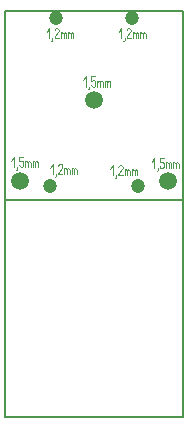
<source format=gbr>
%FSLAX34Y34*%
%MOMM*%
%LNSILK_TOP*%
G71*
G01*
%ADD10C, 1.500*%
%ADD11C, 1.200*%
%ADD12C, 0.150*%
%ADD13C, 0.062*%
%LPD*%
X310000Y632000D02*
G54D10*
D03*
X247000Y563000D02*
G54D10*
D03*
X373000Y563000D02*
G54D10*
D03*
X278000Y701000D02*
G54D11*
D03*
X342000Y701000D02*
G54D11*
D03*
X347000Y559000D02*
G54D11*
D03*
X273000Y559000D02*
G54D11*
D03*
G54D12*
X235000Y707000D02*
X385000Y707000D01*
X385000Y363500D01*
X235000Y363500D01*
X235000Y707000D01*
G54D12*
X385000Y547000D02*
X235000Y547000D01*
G54D13*
X301000Y648556D02*
X303222Y651889D01*
X303222Y643000D01*
G54D13*
X305889Y643000D02*
X305889Y641889D01*
X305444Y640778D01*
X305000Y640778D01*
G54D13*
X311223Y651889D02*
X307667Y651889D01*
X307667Y648000D01*
X308111Y648000D01*
X309000Y648556D01*
X309889Y648556D01*
X310778Y648000D01*
X311223Y646889D01*
X311223Y644667D01*
X310778Y643556D01*
X309889Y643000D01*
X309000Y643000D01*
X308111Y643556D01*
X307667Y644667D01*
G54D13*
X313001Y643000D02*
X313001Y648000D01*
G54D13*
X313001Y647111D02*
X313890Y648000D01*
X314779Y647667D01*
X315223Y646889D01*
X315223Y643000D01*
G54D13*
X315223Y647111D02*
X316112Y648000D01*
X317001Y647667D01*
X317445Y646889D01*
X317445Y643000D01*
G54D13*
X319223Y643000D02*
X319223Y648000D01*
G54D13*
X319223Y647111D02*
X320112Y648000D01*
X321001Y647667D01*
X321445Y646889D01*
X321445Y643000D01*
G54D13*
X321445Y647111D02*
X322334Y648000D01*
X323223Y647667D01*
X323667Y646889D01*
X323667Y643000D01*
G54D13*
X240000Y580556D02*
X242222Y583889D01*
X242222Y575000D01*
G54D13*
X244889Y575000D02*
X244889Y573889D01*
X244444Y572778D01*
X244000Y572778D01*
G54D13*
X250223Y583889D02*
X246667Y583889D01*
X246667Y580000D01*
X247111Y580000D01*
X248000Y580556D01*
X248889Y580556D01*
X249778Y580000D01*
X250223Y578889D01*
X250223Y576667D01*
X249778Y575556D01*
X248889Y575000D01*
X248000Y575000D01*
X247111Y575556D01*
X246667Y576667D01*
G54D13*
X252001Y575000D02*
X252001Y580000D01*
G54D13*
X252001Y579111D02*
X252890Y580000D01*
X253779Y579667D01*
X254223Y578889D01*
X254223Y575000D01*
G54D13*
X254223Y579111D02*
X255112Y580000D01*
X256001Y579667D01*
X256445Y578889D01*
X256445Y575000D01*
G54D13*
X258223Y575000D02*
X258223Y580000D01*
G54D13*
X258223Y579111D02*
X259112Y580000D01*
X260001Y579667D01*
X260445Y578889D01*
X260445Y575000D01*
G54D13*
X260445Y579111D02*
X261334Y580000D01*
X262223Y579667D01*
X262667Y578889D01*
X262667Y575000D01*
G54D13*
X359000Y579556D02*
X361222Y582889D01*
X361222Y574000D01*
G54D13*
X363889Y574000D02*
X363889Y572889D01*
X363444Y571778D01*
X363000Y571778D01*
G54D13*
X369223Y582889D02*
X365667Y582889D01*
X365667Y579000D01*
X366111Y579000D01*
X367000Y579556D01*
X367889Y579556D01*
X368778Y579000D01*
X369223Y577889D01*
X369223Y575667D01*
X368778Y574556D01*
X367889Y574000D01*
X367000Y574000D01*
X366111Y574556D01*
X365667Y575667D01*
G54D13*
X371001Y574000D02*
X371001Y579000D01*
G54D13*
X371001Y578111D02*
X371890Y579000D01*
X372779Y578667D01*
X373223Y577889D01*
X373223Y574000D01*
G54D13*
X373223Y578111D02*
X374112Y579000D01*
X375001Y578667D01*
X375445Y577889D01*
X375445Y574000D01*
G54D13*
X377223Y574000D02*
X377223Y579000D01*
G54D13*
X377223Y578111D02*
X378112Y579000D01*
X379001Y578667D01*
X379445Y577889D01*
X379445Y574000D01*
G54D13*
X379445Y578111D02*
X380334Y579000D01*
X381223Y578667D01*
X381667Y577889D01*
X381667Y574000D01*
G54D13*
X270000Y689556D02*
X272222Y692889D01*
X272222Y684000D01*
G54D13*
X274889Y684000D02*
X274889Y682889D01*
X274444Y681778D01*
X274000Y681778D01*
G54D13*
X280223Y684000D02*
X276667Y684000D01*
X276667Y684556D01*
X277111Y685667D01*
X279778Y689000D01*
X280223Y690111D01*
X280223Y691222D01*
X279778Y692333D01*
X278889Y692889D01*
X278000Y692889D01*
X277111Y692333D01*
X276667Y691222D01*
G54D13*
X282001Y684000D02*
X282001Y689000D01*
G54D13*
X282001Y688111D02*
X282890Y689000D01*
X283779Y688667D01*
X284223Y687889D01*
X284223Y684000D01*
G54D13*
X284223Y688111D02*
X285112Y689000D01*
X286001Y688667D01*
X286445Y687889D01*
X286445Y684000D01*
G54D13*
X288223Y684000D02*
X288223Y689000D01*
G54D13*
X288223Y688111D02*
X289112Y689000D01*
X290001Y688667D01*
X290445Y687889D01*
X290445Y684000D01*
G54D13*
X290445Y688111D02*
X291334Y689000D01*
X292223Y688667D01*
X292667Y687889D01*
X292667Y684000D01*
G54D13*
X331000Y689556D02*
X333222Y692889D01*
X333222Y684000D01*
G54D13*
X335889Y684000D02*
X335889Y682889D01*
X335444Y681778D01*
X335000Y681778D01*
G54D13*
X341223Y684000D02*
X337667Y684000D01*
X337667Y684556D01*
X338111Y685667D01*
X340778Y689000D01*
X341223Y690111D01*
X341223Y691222D01*
X340778Y692333D01*
X339889Y692889D01*
X339000Y692889D01*
X338111Y692333D01*
X337667Y691222D01*
G54D13*
X343001Y684000D02*
X343001Y689000D01*
G54D13*
X343001Y688111D02*
X343890Y689000D01*
X344779Y688667D01*
X345223Y687889D01*
X345223Y684000D01*
G54D13*
X345223Y688111D02*
X346112Y689000D01*
X347001Y688667D01*
X347445Y687889D01*
X347445Y684000D01*
G54D13*
X349223Y684000D02*
X349223Y689000D01*
G54D13*
X349223Y688111D02*
X350112Y689000D01*
X351001Y688667D01*
X351445Y687889D01*
X351445Y684000D01*
G54D13*
X351445Y688111D02*
X352334Y689000D01*
X353223Y688667D01*
X353667Y687889D01*
X353667Y684000D01*
G54D13*
X273000Y574556D02*
X275222Y577889D01*
X275222Y569000D01*
G54D13*
X277889Y569000D02*
X277889Y567889D01*
X277444Y566778D01*
X277000Y566778D01*
G54D13*
X283223Y569000D02*
X279667Y569000D01*
X279667Y569556D01*
X280111Y570667D01*
X282778Y574000D01*
X283223Y575111D01*
X283223Y576222D01*
X282778Y577333D01*
X281889Y577889D01*
X281000Y577889D01*
X280111Y577333D01*
X279667Y576222D01*
G54D13*
X285001Y569000D02*
X285001Y574000D01*
G54D13*
X285001Y573111D02*
X285890Y574000D01*
X286779Y573667D01*
X287223Y572889D01*
X287223Y569000D01*
G54D13*
X287223Y573111D02*
X288112Y574000D01*
X289001Y573667D01*
X289445Y572889D01*
X289445Y569000D01*
G54D13*
X291223Y569000D02*
X291223Y574000D01*
G54D13*
X291223Y573111D02*
X292112Y574000D01*
X293001Y573667D01*
X293445Y572889D01*
X293445Y569000D01*
G54D13*
X293445Y573111D02*
X294334Y574000D01*
X295223Y573667D01*
X295667Y572889D01*
X295667Y569000D01*
G54D13*
X324000Y573556D02*
X326222Y576889D01*
X326222Y568000D01*
G54D13*
X328889Y568000D02*
X328889Y566889D01*
X328444Y565778D01*
X328000Y565778D01*
G54D13*
X334223Y568000D02*
X330667Y568000D01*
X330667Y568556D01*
X331111Y569667D01*
X333778Y573000D01*
X334223Y574111D01*
X334223Y575222D01*
X333778Y576333D01*
X332889Y576889D01*
X332000Y576889D01*
X331111Y576333D01*
X330667Y575222D01*
G54D13*
X336001Y568000D02*
X336001Y573000D01*
G54D13*
X336001Y572111D02*
X336890Y573000D01*
X337779Y572667D01*
X338223Y571889D01*
X338223Y568000D01*
G54D13*
X338223Y572111D02*
X339112Y573000D01*
X340001Y572667D01*
X340445Y571889D01*
X340445Y568000D01*
G54D13*
X342223Y568000D02*
X342223Y573000D01*
G54D13*
X342223Y572111D02*
X343112Y573000D01*
X344001Y572667D01*
X344445Y571889D01*
X344445Y568000D01*
G54D13*
X344445Y572111D02*
X345334Y573000D01*
X346223Y572667D01*
X346667Y571889D01*
X346667Y568000D01*
M02*

</source>
